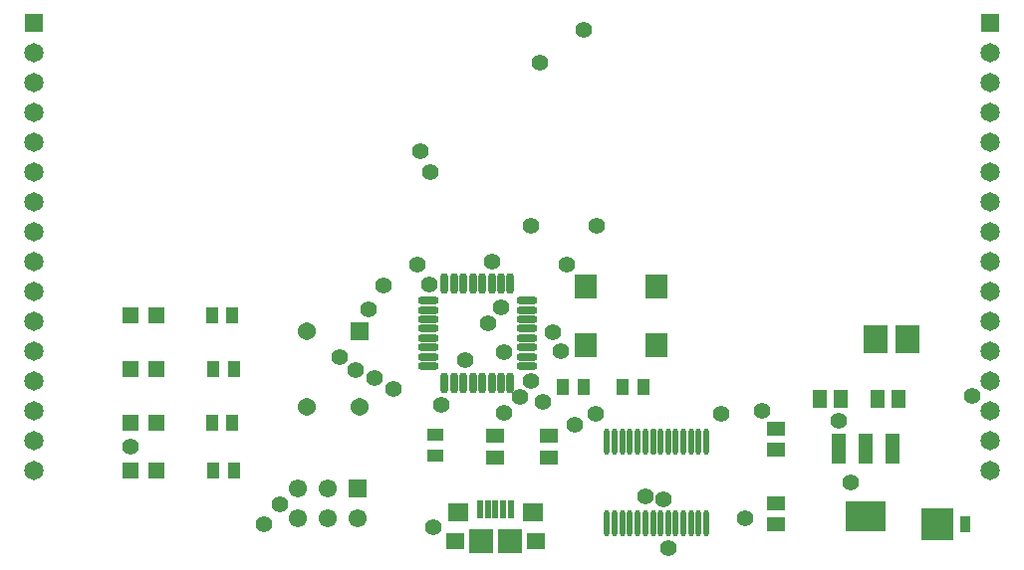
<source format=gts>
%FSTAX23Y23*%
%MOIN*%
%SFA1B1*%

%IPPOS*%
%ADD32C,0.061020*%
%ADD33R,0.061020X0.061020*%
%ADD34C,0.060630*%
%ADD35R,0.060630X0.060630*%
%ADD42R,0.082680X0.094490*%
%ADD43R,0.041340X0.057090*%
%ADD44R,0.062990X0.051180*%
%ADD45R,0.051180X0.062990*%
%ADD46R,0.111020X0.105910*%
%ADD47R,0.035910X0.055910*%
%ADD48O,0.070870X0.027560*%
%ADD49O,0.027560X0.070870*%
%ADD50R,0.074800X0.082680*%
%ADD51R,0.057090X0.057090*%
%ADD52R,0.135830X0.100390*%
%ADD53R,0.045280X0.100390*%
%ADD54O,0.019680X0.088580*%
%ADD55O,0.021810X0.090710*%
%ADD56R,0.057090X0.041340*%
%ADD57R,0.064960X0.045280*%
%ADD58R,0.080710X0.080710*%
%ADD59R,0.062990X0.057090*%
%ADD60R,0.068900X0.061020*%
%ADD61R,0.021650X0.059050*%
%ADD62C,0.064960*%
%ADD63R,0.064960X0.064960*%
%ADD64C,0.055910*%
%LNcarduino-1*%
%LPD*%
G54D32*
X0096Y00173D03*
Y00273D03*
X0106Y00173D03*
Y00273D03*
X0116Y00173D03*
G54D33*
X0116Y00273D03*
G54D34*
X00987Y00545D03*
Y008D03*
X01164Y00545D03*
G54D35*
X01164Y008D03*
G54D42*
X03Y00773D03*
X02891D03*
G54D43*
X00676Y00333D03*
X00745D03*
X00671Y00853D03*
X0074D03*
X00671Y00493D03*
X0074D03*
X00676Y00673D03*
X00745D03*
X01914Y00613D03*
X01845D03*
X02114D03*
X02045D03*
G54D44*
X0256Y00223D03*
Y00153D03*
Y00402D03*
Y00473D03*
X0162Y00448D03*
Y00377D03*
G54D45*
X0297Y00573D03*
X029D03*
X02775D03*
X02704D03*
G54D46*
X031Y00153D03*
G54D47*
X03192Y00153D03*
G54D48*
X01725Y00903D03*
Y00871D03*
Y0084D03*
Y00808D03*
Y00777D03*
Y00745D03*
Y00714D03*
Y00682D03*
X01394D03*
Y00714D03*
Y00745D03*
Y00777D03*
Y00808D03*
Y0084D03*
Y00871D03*
Y00903D03*
G54D49*
X0167Y00627D03*
X01638D03*
X01607D03*
X01575D03*
X01544D03*
X01512D03*
X01481D03*
X01449D03*
Y00958D03*
X01481D03*
X01512D03*
X01544D03*
X01575D03*
X01607D03*
X01638D03*
X0167D03*
G54D50*
X01922Y00754D03*
Y00951D03*
X02157Y00754D03*
Y00951D03*
G54D51*
X00398Y00333D03*
X00485D03*
X00398Y00493D03*
X00485D03*
X00398Y00673D03*
X00485D03*
X00398Y00853D03*
X00485D03*
G54D52*
X0286Y00178D03*
G54D53*
X02769Y00407D03*
X0286D03*
X0295D03*
G54D54*
X02326Y00428D03*
X023D03*
X02275D03*
X02249D03*
X02223D03*
X02198D03*
X02172D03*
X02121D03*
X02096D03*
X0207D03*
X02044D03*
X02019D03*
X01993D03*
X02326Y00157D03*
X023D03*
X02275D03*
X02249D03*
X02223D03*
X02198D03*
X02172D03*
X02147D03*
X02121D03*
X02096D03*
X0207D03*
X02044D03*
X02019D03*
X01993D03*
G54D55*
X02147Y00428D03*
G54D56*
X0142Y00453D03*
Y00384D03*
G54D57*
X018Y00449D03*
Y00376D03*
G54D58*
X01667Y00097D03*
X01572D03*
G54D59*
X01754Y00097D03*
X01485D03*
G54D60*
X01745Y00194D03*
X01494D03*
G54D61*
X01671Y00203D03*
X01645D03*
X0162D03*
X01594D03*
X01568D03*
G54D62*
X03276Y00333D03*
Y00433D03*
Y00533D03*
Y00633D03*
Y00733D03*
Y00833D03*
Y00933D03*
Y01033D03*
Y01133D03*
Y01233D03*
Y01333D03*
Y01433D03*
Y01533D03*
Y01633D03*
Y01733D03*
X00076Y00333D03*
Y00433D03*
Y00533D03*
Y00633D03*
Y00733D03*
Y00833D03*
Y00933D03*
Y01033D03*
Y01133D03*
Y01233D03*
Y01333D03*
Y01433D03*
Y01533D03*
Y01633D03*
Y01733D03*
G54D63*
X03276Y01833D03*
X00076D03*
G54D64*
X01648Y00527D03*
X01737Y00633D03*
X01701Y0058D03*
X00899Y0022D03*
X01279Y00606D03*
X01195Y00872D03*
X01885Y00485D03*
X02456Y00174D03*
X01216Y00642D03*
X01245Y00954D03*
X01769Y017D03*
X01596Y00827D03*
X0164Y00879D03*
X03216Y00583D03*
X02121Y00247D03*
X01956Y00522D03*
X02376D03*
X01438Y00554D03*
X00844Y00152D03*
X01398Y00955D03*
X0174Y01153D03*
X0196D03*
X01916Y01809D03*
X0186Y01023D03*
X01152Y00669D03*
X0281Y00293D03*
X01401Y01333D03*
X0137Y01403D03*
X02183Y00236D03*
X022Y00073D03*
X0277Y00499D03*
X0152Y00703D03*
X0165Y0073D03*
X01413Y00143D03*
X011Y00713D03*
X0184Y00733D03*
X01813Y00797D03*
X0136Y01023D03*
X02512Y00533D03*
X0178Y00563D03*
X0161Y01033D03*
X004Y00413D03*
M02*
</source>
